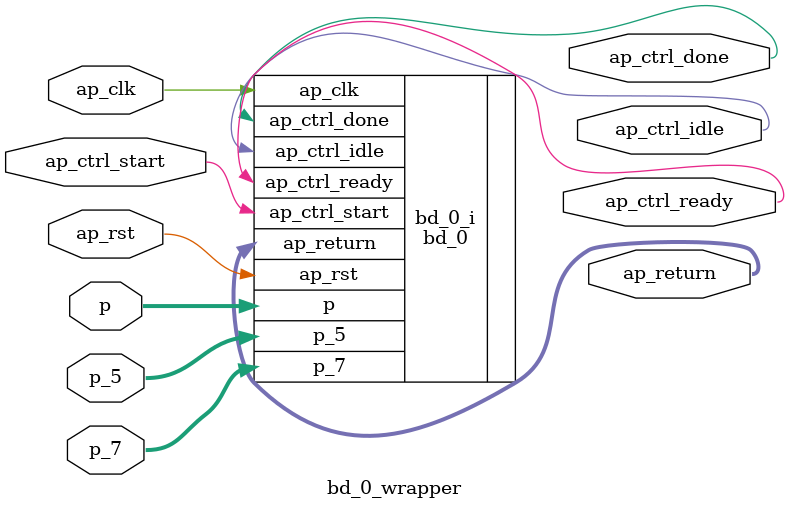
<source format=v>
`timescale 1 ps / 1 ps

module bd_0_wrapper
   (ap_clk,
    ap_ctrl_done,
    ap_ctrl_idle,
    ap_ctrl_ready,
    ap_ctrl_start,
    ap_return,
    ap_rst,
    p,
    p_5,
    p_7);
  input ap_clk;
  output ap_ctrl_done;
  output ap_ctrl_idle;
  output ap_ctrl_ready;
  input ap_ctrl_start;
  output [15:0]ap_return;
  input ap_rst;
  input [31:0]p;
  input [63:0]p_5;
  input [7:0]p_7;

  wire ap_clk;
  wire ap_ctrl_done;
  wire ap_ctrl_idle;
  wire ap_ctrl_ready;
  wire ap_ctrl_start;
  wire [15:0]ap_return;
  wire ap_rst;
  wire [31:0]p;
  wire [63:0]p_5;
  wire [7:0]p_7;

  bd_0 bd_0_i
       (.ap_clk(ap_clk),
        .ap_ctrl_done(ap_ctrl_done),
        .ap_ctrl_idle(ap_ctrl_idle),
        .ap_ctrl_ready(ap_ctrl_ready),
        .ap_ctrl_start(ap_ctrl_start),
        .ap_return(ap_return),
        .ap_rst(ap_rst),
        .p(p),
        .p_5(p_5),
        .p_7(p_7));
endmodule

</source>
